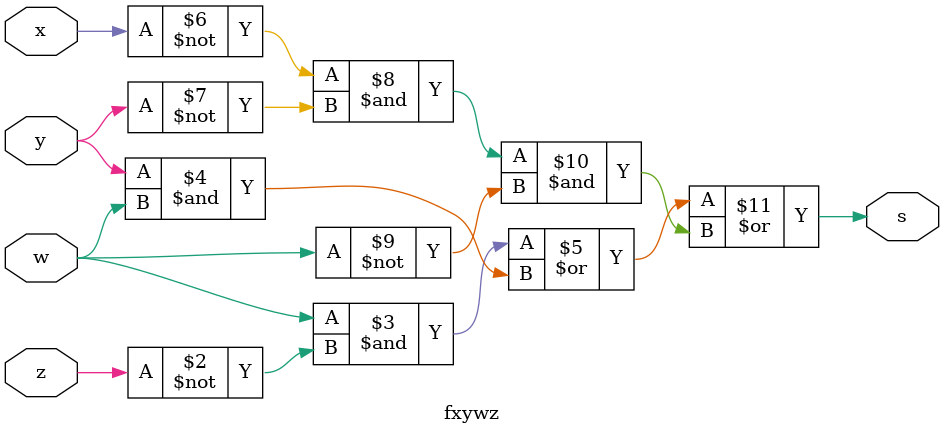
<source format=v>
/*
	Guia_0603c.v
	842536 - Mateus Henrique Medeiros Diniz
*/

module Guia_0603c;
	reg x, y, w, z;
	wire s;
	reg[3 : 0] m;
	
	fxywz f (s, x, y, w, z);
	
	initial 
	begin: main
		integer i;
		
		$display("s = (w & ~z) | (y & w) | (~x & ~y & ~w)");
		
		$display("m  x y w z | s");
		$monitor("%d %b %b %b %b | %b", m, x, y, w, z, s);
		
		m = 0;
		x = 0;
		y = 0;
		w = 0;
		z = 0;
		
		for(i = 0; i < 15; i++) begin
			#1
			z = ~z;
			
			if((i + 1) % 2 == 0) begin
				w = ~w;
			end
			
			if((i + 1) % 4 == 0) begin
				y = ~y;
			end
			
			if((i + 1) % 8 == 0) begin
				x = ~x;
			end
			
			m++;
		end
	end
endmodule

module fxywz (output s, input x, y, w, z);
	assign s = (w & ~z) | (y & w) | (~x & ~y & ~w);
endmodule
</source>
